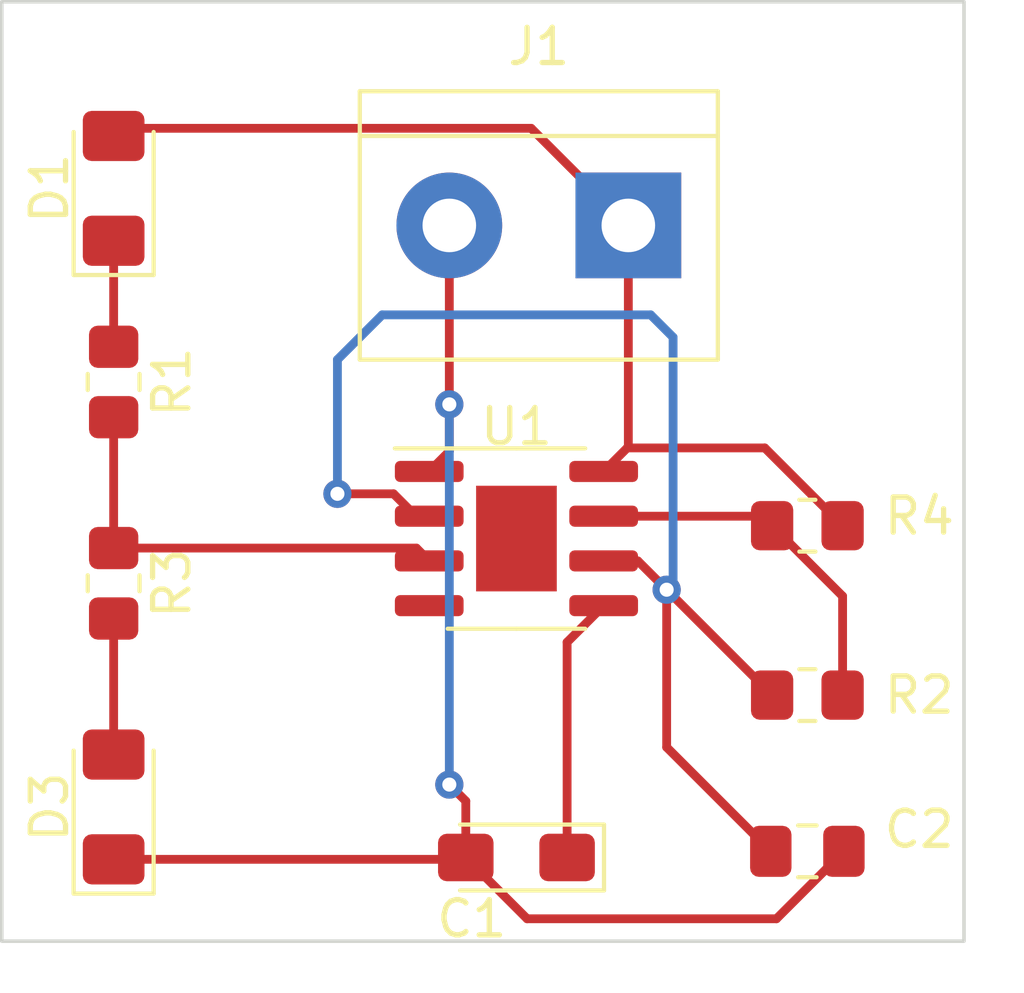
<source format=kicad_pcb>
(kicad_pcb (version 20211014) (generator pcbnew)
  (layers (0 "F.Cu" signal) (31 "B.Cu" signal) (34 "B.Paste" user) (35 "F.Paste" user) (36 "B.SilkS" user "B.Silkscreen") (37 "F.SilkS" user "F.Silkscreen") (38 "B.Mask" user) (39 "F.Mask" user) (44 "Edge.Cuts" user))
  (net 0 "")
  (net 1 "Net-(C1-Pad1)")
  (net 2 "GND")
  (net 3 "/pin_2")
  (net 4 "Net-(D1-Pad1)")
  (net 5 "+9V")
  (net 6 "Net-(D3-Pad2)")
  (net 7 "/pin_3")
  (net 8 "Net-(R2-Pad1)")
  (net 9 "/9V")
  (footprint "TerminalBlock:TerminalBlock_bornier-2_P5.08mm" (layer "F.Cu") (at 144.78 76.835 180)
    (fp_text reference "J1" (at 2.54 5.08) (layer "F.SilkS"))
    (fp_text value " ")
    (fp_line (start 7.62 -3.81) (end -2.54 -3.81) (layer "F.SilkS") (width 0.12))
    (fp_line (start 7.62 3.81) (end 7.62 -3.81) (layer "F.SilkS") (width 0.12))
    (fp_line (start -2.54 3.81) (end 7.62 3.81) (layer "F.SilkS") (width 0.12))
    (fp_line (start 7.62 2.54) (end -2.54 2.54) (layer "F.SilkS") (width 0.12))
    (fp_line (start -2.54 -3.81) (end -2.54 3.81) (layer "F.SilkS") (width 0.12))
    (pad "1" thru_hole rect (at 0 0 180) (size 3 3) (drill 1.52) (layers *.Cu *.Mask) (net 5 "+9V"))
    (pad "2" thru_hole circle (at 5.08 0 180) (size 3 3) (drill 1.52) (layers *.Cu *.Mask) (net 2 "GND"))
  )
  (footprint "Resistor_SMD:R_0805_2012Metric_Pad1.20x1.40mm_HandSolder" (layer "F.Cu") (at 149.86 90.17 180)
    (fp_text reference "R2" (at -3.175 0) (layer "F.SilkS"))
    (fp_text value "10K")
    (fp_line (start -0.227064 -0.735) (end 0.227064 -0.735) (layer "F.SilkS") (width 0.12))
    (fp_line (start -0.227064 0.735) (end 0.227064 0.735) (layer "F.SilkS") (width 0.12))
    (pad "1" smd roundrect (at -1 0 180) (size 1.2 1.4) (layers "F.Cu" "F.Paste" "F.Mask") (roundrect_rratio 0.208333) (net 8 "Net-(R2-Pad1)"))
    (pad "2" smd roundrect (at 1 0 180) (size 1.2 1.4) (layers "F.Cu" "F.Paste" "F.Mask") (roundrect_rratio 0.208333) (net 3 "/pin_2"))
  )
  (footprint "Capacitor_SMD:C_0805_2012Metric_Pad1.18x1.45mm_HandSolder" (layer "F.Cu") (at 149.86 94.605)
    (fp_text reference "C2" (at 3.175 -0.625) (layer "F.SilkS"))
    (fp_text value "10 uF")
    (fp_line (start -0.261252 -0.735) (end 0.261252 -0.735) (layer "F.SilkS") (width 0.12))
    (fp_line (start -0.261252 0.735) (end 0.261252 0.735) (layer "F.SilkS") (width 0.12))
    (pad "2" smd roundrect (at -1.0375 0) (size 1.175 1.45) (layers "F.Cu" "F.Paste" "F.Mask") (roundrect_rratio 0.212766) (net 3 "/pin_2"))
    (pad "2" smd roundrect (at 1.0375 0) (size 1.175 1.45) (layers "F.Cu" "F.Paste" "F.Mask") (roundrect_rratio 0.212766) (net 2 "GND"))
  )
  (footprint "Capacitor_Tantalum_SMD:CP_EIA-3216-18_Kemet-A_Pad1.58x1.35mm_HandSolder" (layer "F.Cu") (at 141.605 94.78 180)
    (fp_text reference "C1" (at 1.27 -1.74) (layer "F.SilkS"))
    (fp_text value "0.01 uF")
    (fp_line (start -2.485 0.935) (end 1.6 0.935) (layer "F.SilkS") (width 0.12))
    (fp_line (start -2.485 -0.935) (end -2.485 0.935) (layer "F.SilkS") (width 0.12))
    (fp_line (start 1.6 -0.935) (end -2.485 -0.935) (layer "F.SilkS") (width 0.12))
    (pad "1" smd roundrect (at -1.4375 0 180) (size 1.575 1.35) (layers "F.Cu" "F.Paste" "F.Mask") (roundrect_rratio 0.185185) (net 1 "Net-(C1-Pad1)"))
    (pad "2" smd roundrect (at 1.4375 0 180) (size 1.575 1.35) (layers "F.Cu" "F.Paste" "F.Mask") (roundrect_rratio 0.185185) (net 2 "GND"))
  )
  (footprint "LED_SMD:LED_1206_3216Metric_Pad1.42x1.75mm_HandSolder" (layer "F.Cu") (at 130.175 93.345 90)
    (fp_text reference "D3" (at 0 -1.82 90) (layer "F.SilkS"))
    (fp_text value "LED")
    (fp_line (start -2.46 1.135) (end 1.6 1.135) (layer "F.SilkS") (width 0.12))
    (fp_line (start 1.6 -1.135) (end -2.46 -1.135) (layer "F.SilkS") (width 0.12))
    (fp_line (start -2.46 -1.135) (end -2.46 1.135) (layer "F.SilkS") (width 0.12))
    (pad "1" smd roundrect (at -1.4875 0 90) (size 1.425 1.75) (layers "F.Cu" "F.Paste" "F.Mask") (roundrect_rratio 0.175439) (net 2 "GND"))
    (pad "2" smd roundrect (at 1.4875 0 90) (size 1.425 1.75) (layers "F.Cu" "F.Paste" "F.Mask") (roundrect_rratio 0.175439) (net 6 "Net-(D3-Pad2)"))
  )
  (footprint "Resistor_SMD:R_0805_2012Metric_Pad1.20x1.40mm_HandSolder" (layer "F.Cu") (at 149.86 85.36 180)
    (fp_text reference "R4" (at -3.175 0.27) (layer "F.SilkS"))
    (fp_text value "1K")
    (fp_line (start -0.227064 0.735) (end 0.227064 0.735) (layer "F.SilkS") (width 0.12))
    (fp_line (start -0.227064 -0.735) (end 0.227064 -0.735) (layer "F.SilkS") (width 0.12))
    (pad "1" smd roundrect (at -1 0 180) (size 1.2 1.4) (layers "F.Cu" "F.Paste" "F.Mask") (roundrect_rratio 0.208333) (net 5 "+9V"))
    (pad "2" smd roundrect (at 1 0 180) (size 1.2 1.4) (layers "F.Cu" "F.Paste" "F.Mask") (roundrect_rratio 0.208333) (net 8 "Net-(R2-Pad1)"))
  )
  (footprint "LED_SMD:LED_1206_3216Metric_Pad1.42x1.75mm_HandSolder" (layer "F.Cu") (at 130.175 75.7825 90)
    (fp_text reference "D1" (at 0 -1.82 90) (layer "F.SilkS"))
    (fp_text value "LED")
    (fp_line (start 1.6 -1.135) (end -2.46 -1.135) (layer "F.SilkS") (width 0.12))
    (fp_line (start -2.46 -1.135) (end -2.46 1.135) (layer "F.SilkS") (width 0.12))
    (fp_line (start -2.46 1.135) (end 1.6 1.135) (layer "F.SilkS") (width 0.12))
    (pad "1" smd roundrect (at -1.4875 0 90) (size 1.425 1.75) (layers "F.Cu" "F.Paste" "F.Mask") (roundrect_rratio 0.175439) (net 4 "Net-(D1-Pad1)"))
    (pad "2" smd roundrect (at 1.4875 0 90) (size 1.425 1.75) (layers "F.Cu" "F.Paste" "F.Mask") (roundrect_rratio 0.175439) (net 5 "+9V"))
  )
  (footprint "Package_SO:SOIC-8-1EP_3.9x4.9mm_P1.27mm_EP2.29x3mm" (layer "F.Cu") (at 141.605 85.725)
    (fp_text reference "U1" (at 0 -3.175) (layer "F.SilkS"))
    (fp_text value "555 Timer")
    (fp_line (start 0 -2.56) (end 1.95 -2.56) (layer "F.SilkS") (width 0.12))
    (fp_line (start 0 2.56) (end 1.95 2.56) (layer "F.SilkS") (width 0.12))
    (fp_line (start 0 -2.56) (end -3.45 -2.56) (layer "F.SilkS") (width 0.12))
    (fp_line (start 0 2.56) (end -1.95 2.56) (layer "F.SilkS") (width 0.12))
    (pad "1" smd roundrect (at -2.475 -1.905) (size 1.95 0.6) (layers "F.Cu" "F.Paste" "F.Mask") (net 2 "GND"))
    (pad "2" smd roundrect (at -2.475 -0.635) (size 1.95 0.6) (layers "F.Cu" "F.Paste" "F.Mask") (net 3 "/pin_2"))
    (pad "3" smd roundrect (at -2.475 0.635) (size 1.95 0.6) (layers "F.Cu" "F.Paste" "F.Mask") (net 7 "/pin_3"))
    (pad "4" smd roundrect (at -2.475 1.905) (size 1.95 0.6) (layers "F.Cu" "F.Paste" "F.Mask") (net 9 "/9V"))
    (pad "5" smd roundrect (at 2.475 1.905) (size 1.95 0.6) (layers "F.Cu" "F.Paste" "F.Mask") (net 1 "Net-(C1-Pad1)"))
    (pad "6" smd roundrect (at 2.475 0.635) (size 1.95 0.6) (layers "F.Cu" "F.Paste" "F.Mask") (net 3 "/pin_2"))
    (pad "7" smd roundrect (at 2.475 -0.635) (size 1.95 0.6) (layers "F.Cu" "F.Paste" "F.Mask") (net 8 "Net-(R2-Pad1)"))
    (pad "8" smd roundrect (at 2.475 -1.905) (size 1.95 0.6) (layers "F.Cu" "F.Paste" "F.Mask") (net 5 "+9V"))
    (pad "9" smd rect (at 0 0) (size 2.29 3) (layers "F.Cu" "F.Mask"))
  )
  (footprint "Resistor_SMD:R_0805_2012Metric_Pad1.20x1.40mm_HandSolder" (layer "F.Cu") (at 130.175 81.28 -90)
    (fp_text reference "R1" (at 0 -1.65 90) (layer "F.SilkS"))
    (fp_text value "1K")
    (fp_line (start -0.227064 -0.735) (end 0.227064 -0.735) (layer "F.SilkS") (width 0.12))
    (fp_line (start -0.227064 0.735) (end 0.227064 0.735) (layer "F.SilkS") (width 0.12))
    (pad "1" smd roundrect (at -1 0 270) (size 1.2 1.4) (layers "F.Cu" "F.Paste" "F.Mask") (roundrect_rratio 0.208333) (net 4 "Net-(D1-Pad1)"))
    (pad "2" smd roundrect (at 1 0 270) (size 1.2 1.4) (layers "F.Cu" "F.Paste" "F.Mask") (roundrect_rratio 0.208333) (net 7 "/pin_3"))
  )
  (footprint "Resistor_SMD:R_0805_2012Metric_Pad1.20x1.40mm_HandSolder" (layer "F.Cu") (at 130.175 86.995 -90)
    (fp_text reference "R3" (at 0 -1.65 90) (layer "F.SilkS"))
    (fp_text value "1K")
    (fp_line (start -0.227064 0.735) (end 0.227064 0.735) (layer "F.SilkS") (width 0.12))
    (fp_line (start -0.227064 -0.735) (end 0.227064 -0.735) (layer "F.SilkS") (width 0.12))
    (pad "1" smd roundrect (at -1 0 270) (size 1.2 1.4) (layers "F.Cu" "F.Paste" "F.Mask") (roundrect_rratio 0.208333) (net 7 "/pin_3"))
    (pad "2" smd roundrect (at 1 0 270) (size 1.2 1.4) (layers "F.Cu" "F.Paste" "F.Mask") (roundrect_rratio 0.208333) (net 6 "Net-(D3-Pad2)"))
  )
  (gr_rect (start 127 70.485) (end 154.305 97.155) (layer "Edge.Cuts") (width 0.1) (fill none))
  (segment (start 143.0425 94.78) (end 143.0425 88.6675) (width 0.25) (layer "F.Cu") (net 1))
  (segment (start 143.0425 88.6675) (end 144.08 87.63) (width 0.25) (layer "F.Cu") (net 1))
  (segment (start 139.7 83.25) (end 139.13 83.82) (width 0.25) (layer "F.Cu") (net 2))
  (segment (start 130.175 94.8325) (end 140.115 94.8325) (width 0.25) (layer "F.Cu") (net 2))
  (segment (start 139.7 76.835) (end 139.7 81.915) (width 0.25) (layer "F.Cu") (net 2))
  (segment (start 150.8975 94.605) (end 148.9825 96.52) (width 0.25) (layer "F.Cu") (net 2))
  (segment (start 140.1675 94.78) (end 140.1675 93.1775) (width 0.25) (layer "F.Cu") (net 2))
  (segment (start 148.9825 96.52) (end 141.9075 96.52) (width 0.25) (layer "F.Cu") (net 2))
  (segment (start 140.115 94.8325) (end 140.1675 94.78) (width 0.25) (layer "F.Cu") (net 2))
  (segment (start 139.7 81.915) (end 139.7 83.25) (width 0.25) (layer "F.Cu") (net 2))
  (segment (start 141.9075 96.52) (end 140.1675 94.78) (width 0.25) (layer "F.Cu") (net 2))
  (segment (start 140.1675 93.1775) (end 139.7 92.71) (width 0.25) (layer "F.Cu") (net 2))
  (via (at 139.7 81.915) (size 0.8) (drill 0.4) (layers "F.Cu" "B.Cu") (net 2))
  (via (at 139.7 92.71) (size 0.8) (drill 0.4) (layers "F.Cu" "B.Cu") (net 2))
  (segment (start 139.7 92.71) (end 139.7 81.915) (width 0.25) (layer "B.Cu") (net 2))
  (segment (start 138.118249 84.455) (end 136.525 84.455) (width 0.25) (layer "F.Cu") (net 3))
  (segment (start 148.86 90.17) (end 145.8675 87.1775) (width 0.25) (layer "F.Cu") (net 3))
  (segment (start 145.8675 91.65) (end 145.8675 87.1775) (width 0.25) (layer "F.Cu") (net 3))
  (segment (start 138.753249 85.09) (end 138.118249 84.455) (width 0.25) (layer "F.Cu") (net 3))
  (segment (start 145.8675 87.1775) (end 145.05 86.36) (width 0.25) (layer "F.Cu") (net 3))
  (segment (start 148.8225 94.605) (end 145.8675 91.65) (width 0.25) (layer "F.Cu") (net 3))
  (segment (start 139.13 85.09) (end 138.753249 85.09) (width 0.25) (layer "F.Cu") (net 3))
  (segment (start 145.05 86.36) (end 144.08 86.36) (width 0.25) (layer "F.Cu") (net 3))
  (via (at 136.525 84.455) (size 0.8) (drill 0.4) (layers "F.Cu" "B.Cu") (net 3))
  (via (at 145.8675 87.1775) (size 0.8) (drill 0.4) (layers "F.Cu" "B.Cu") (net 3))
  (segment (start 137.795 79.375) (end 145.415 79.375) (width 0.25) (layer "B.Cu") (net 3))
  (segment (start 146.05 80.01) (end 146.05 86.995) (width 0.25) (layer "B.Cu") (net 3))
  (segment (start 146.05 86.995) (end 145.8675 87.1775) (width 0.25) (layer "B.Cu") (net 3))
  (segment (start 136.525 84.455) (end 136.525 80.645) (width 0.25) (layer "B.Cu") (net 3))
  (segment (start 145.8675 87.1775) (end 145.8675 87.057195) (width 0.25) (layer "B.Cu") (net 3))
  (segment (start 136.525 80.645) (end 137.795 79.375) (width 0.25) (layer "B.Cu") (net 3))
  (segment (start 145.415 79.375) (end 146.05 80.01) (width 0.25) (layer "B.Cu") (net 3))
  (segment (start 130.175 77.0525) (end 130.175 80.28) (width 0.25) (layer "F.Cu") (net 4))
  (segment (start 144.7475 83.1525) (end 144.08 83.82) (width 0.25) (layer "F.Cu") (net 5))
  (segment (start 142.0225 74.0775) (end 144.78 76.835) (width 0.25) (layer "F.Cu") (net 5))
  (segment (start 144.78 76.835) (end 144.78 83.12) (width 0.25) (layer "F.Cu") (net 5))
  (segment (start 150.86 85.36) (end 148.6525 83.1525) (width 0.25) (layer "F.Cu") (net 5))
  (segment (start 130.175 74.0775) (end 142.0225 74.0775) (width 0.25) (layer "F.Cu") (net 5))
  (segment (start 148.6525 83.1525) (end 144.7475 83.1525) (width 0.25) (layer "F.Cu") (net 5))
  (segment (start 144.78 83.12) (end 144.7475 83.1525) (width 0.25) (layer "F.Cu") (net 5))
  (segment (start 130.175 87.995) (end 130.175 91.8575) (width 0.25) (layer "F.Cu") (net 6))
  (segment (start 130.175 85.995) (end 138.765 85.995) (width 0.25) (layer "F.Cu") (net 7))
  (segment (start 130.175 82.28) (end 130.175 85.995) (width 0.25) (layer "F.Cu") (net 7))
  (segment (start 138.765 85.995) (end 139.13 86.36) (width 0.25) (layer "F.Cu") (net 7))
  (segment (start 148.59 85.09) (end 148.86 85.36) (width 0.25) (layer "F.Cu") (net 8))
  (segment (start 150.86 87.36) (end 150.86 90.17) (width 0.25) (layer "F.Cu") (net 8))
  (segment (start 148.86 85.36) (end 150.86 87.36) (width 0.25) (layer "F.Cu") (net 8))
  (segment (start 144.08 85.09) (end 148.59 85.09) (width 0.25) (layer "F.Cu") (net 8))
)
</source>
